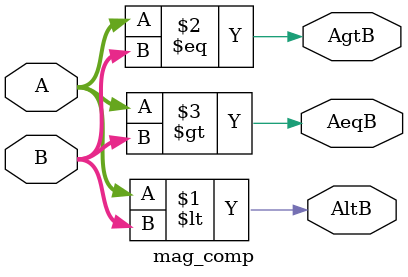
<source format=v>
module mag_comp(A, B, AltB, AgtB, AeqB);
    input [2:0] A, B;
    output AltB, AgtB, AeqB;
    assign AltB = (A<B);
    assign AgtB = (A==B);
    assign AeqB = (A>B);
endmodule
</source>
